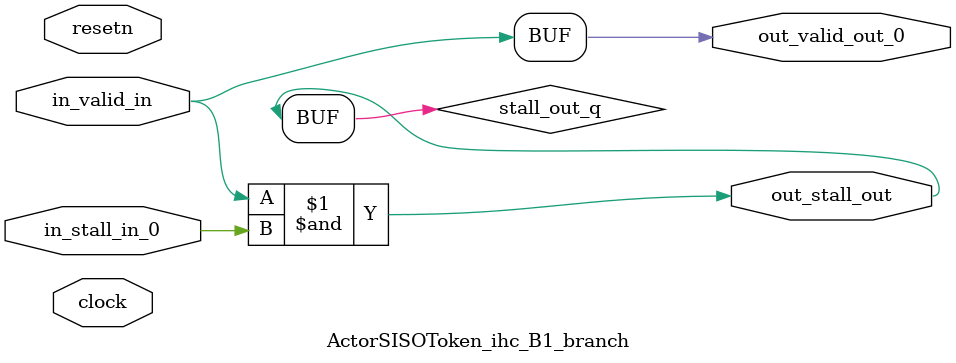
<source format=sv>



(* altera_attribute = "-name AUTO_SHIFT_REGISTER_RECOGNITION OFF; -name MESSAGE_DISABLE 10036; -name MESSAGE_DISABLE 10037; -name MESSAGE_DISABLE 14130; -name MESSAGE_DISABLE 14320; -name MESSAGE_DISABLE 15400; -name MESSAGE_DISABLE 14130; -name MESSAGE_DISABLE 10036; -name MESSAGE_DISABLE 12020; -name MESSAGE_DISABLE 12030; -name MESSAGE_DISABLE 12010; -name MESSAGE_DISABLE 12110; -name MESSAGE_DISABLE 14320; -name MESSAGE_DISABLE 13410; -name MESSAGE_DISABLE 113007; -name MESSAGE_DISABLE 10958" *)
module ActorSISOToken_ihc_B1_branch (
    input wire [0:0] in_stall_in_0,
    input wire [0:0] in_valid_in,
    output wire [0:0] out_stall_out,
    output wire [0:0] out_valid_out_0,
    input wire clock,
    input wire resetn
    );

    wire [0:0] stall_out_q;


    // stall_out(LOGICAL,6)
    assign stall_out_q = in_valid_in & in_stall_in_0;

    // out_stall_out(GPOUT,4)
    assign out_stall_out = stall_out_q;

    // out_valid_out_0(GPOUT,5)
    assign out_valid_out_0 = in_valid_in;

endmodule

</source>
